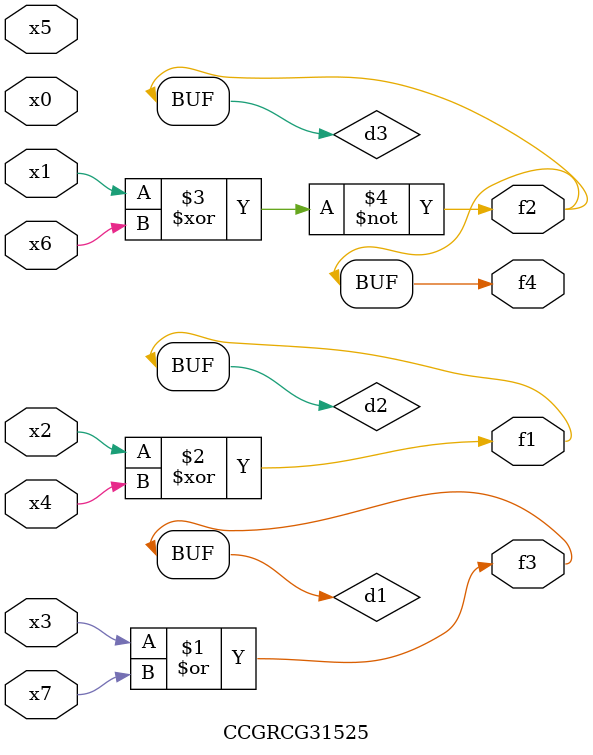
<source format=v>
module CCGRCG31525(
	input x0, x1, x2, x3, x4, x5, x6, x7,
	output f1, f2, f3, f4
);

	wire d1, d2, d3;

	or (d1, x3, x7);
	xor (d2, x2, x4);
	xnor (d3, x1, x6);
	assign f1 = d2;
	assign f2 = d3;
	assign f3 = d1;
	assign f4 = d3;
endmodule

</source>
